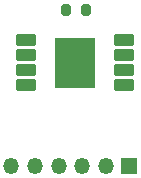
<source format=gbr>
%TF.GenerationSoftware,KiCad,Pcbnew,7.0.8*%
%TF.CreationDate,2024-10-17T19:18:06-04:00*%
%TF.ProjectId,SPIBreakout,53504942-7265-4616-9b6f-75742e6b6963,rev?*%
%TF.SameCoordinates,Original*%
%TF.FileFunction,Soldermask,Top*%
%TF.FilePolarity,Negative*%
%FSLAX46Y46*%
G04 Gerber Fmt 4.6, Leading zero omitted, Abs format (unit mm)*
G04 Created by KiCad (PCBNEW 7.0.8) date 2024-10-17 19:18:06*
%MOMM*%
%LPD*%
G01*
G04 APERTURE LIST*
G04 Aperture macros list*
%AMRoundRect*
0 Rectangle with rounded corners*
0 $1 Rounding radius*
0 $2 $3 $4 $5 $6 $7 $8 $9 X,Y pos of 4 corners*
0 Add a 4 corners polygon primitive as box body*
4,1,4,$2,$3,$4,$5,$6,$7,$8,$9,$2,$3,0*
0 Add four circle primitives for the rounded corners*
1,1,$1+$1,$2,$3*
1,1,$1+$1,$4,$5*
1,1,$1+$1,$6,$7*
1,1,$1+$1,$8,$9*
0 Add four rect primitives between the rounded corners*
20,1,$1+$1,$2,$3,$4,$5,0*
20,1,$1+$1,$4,$5,$6,$7,0*
20,1,$1+$1,$6,$7,$8,$9,0*
20,1,$1+$1,$8,$9,$2,$3,0*%
G04 Aperture macros list end*
%ADD10R,1.350000X1.350000*%
%ADD11O,1.350000X1.350000*%
%ADD12RoundRect,0.102000X-1.625000X-2.025000X1.625000X-2.025000X1.625000X2.025000X-1.625000X2.025000X0*%
%ADD13RoundRect,0.102000X-0.750000X-0.400000X0.750000X-0.400000X0.750000X0.400000X-0.750000X0.400000X0*%
%ADD14RoundRect,0.200000X-0.200000X-0.275000X0.200000X-0.275000X0.200000X0.275000X-0.200000X0.275000X0*%
G04 APERTURE END LIST*
D10*
%TO.C,J2*%
X148250000Y-93200000D03*
D11*
X146250000Y-93200000D03*
X144250000Y-93200000D03*
X142250000Y-93200000D03*
X140250000Y-93200000D03*
X138250000Y-93200000D03*
%TD*%
D12*
%TO.C,F1*%
X143640000Y-84465000D03*
D13*
X139490000Y-82560000D03*
X139490000Y-83830000D03*
X139490000Y-85100000D03*
X139490000Y-86370000D03*
X147790000Y-86370000D03*
X147790000Y-85100000D03*
X147790000Y-83830000D03*
X147790000Y-82560000D03*
%TD*%
D14*
%TO.C,10k1*%
X142900000Y-80010000D03*
X144550000Y-80010000D03*
%TD*%
M02*

</source>
